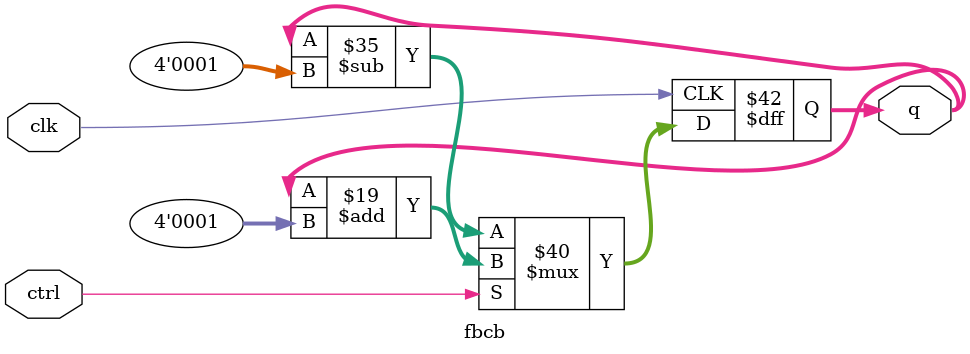
<source format=v>
module fbcb(clk,ctrl,q);
input clk,ctrl;
output reg [3:0]q;
integer i;
initial
begin
q=4'b0000;
end
always @ (posedge clk)
begin
if(ctrl)
begin
for(i=0;i<16;i=i+1)
begin
q<=q+4'b0001;
end
end
else
begin
for(i=0;i<16;i=i+1)
begin
q<=q-4'b0001;
end
end
end
endmodule

</source>
